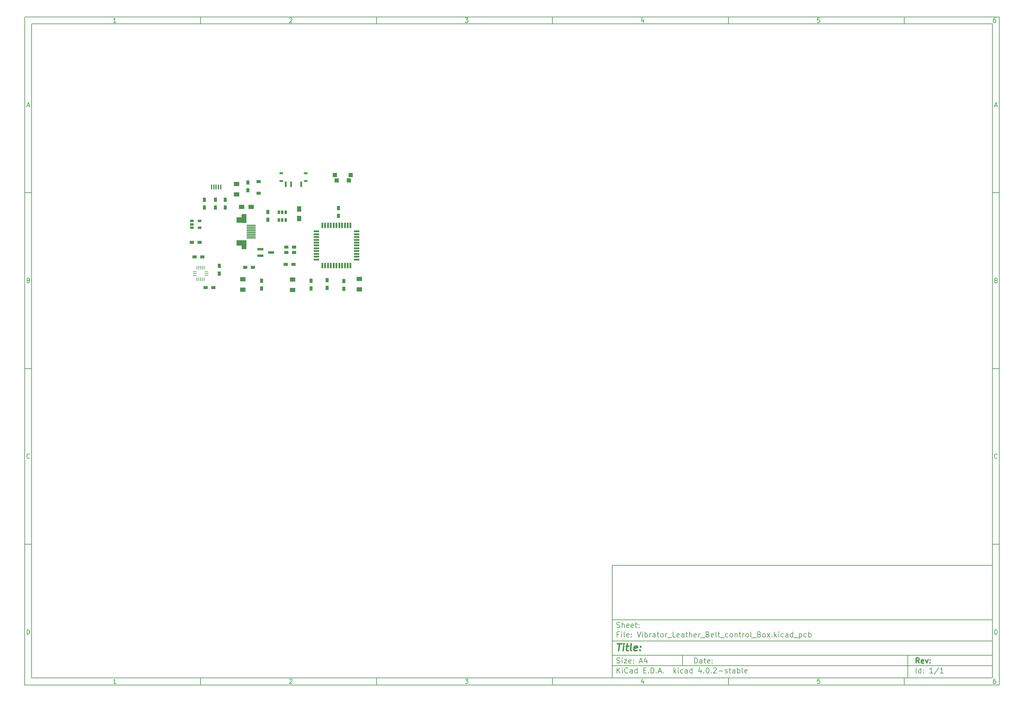
<source format=gtp>
G04 #@! TF.FileFunction,Paste,Top*
%FSLAX46Y46*%
G04 Gerber Fmt 4.6, Leading zero omitted, Abs format (unit mm)*
G04 Created by KiCad (PCBNEW 4.0.2-stable) date 2016 October 13, Thursday 23:14:49*
%MOMM*%
G01*
G04 APERTURE LIST*
%ADD10C,0.100000*%
%ADD11C,0.150000*%
%ADD12C,0.300000*%
%ADD13C,0.400000*%
%ADD14R,1.200000X0.900000*%
%ADD15R,0.400000X1.400000*%
%ADD16R,1.300000X1.500000*%
%ADD17R,0.900000X1.200000*%
%ADD18R,1.500000X1.300000*%
%ADD19R,1.220000X0.910000*%
%ADD20R,1.500000X1.200000*%
%ADD21R,0.650000X1.060000*%
%ADD22R,0.250000X1.000000*%
%ADD23R,1.000000X0.250000*%
%ADD24R,1.800860X0.800100*%
%ADD25R,1.000000X0.600000*%
%ADD26R,0.600000X1.500000*%
%ADD27R,1.200000X1.200000*%
%ADD28R,1.060000X0.650000*%
%ADD29R,0.550000X1.500000*%
%ADD30R,1.500000X0.550000*%
%ADD31R,2.500000X0.300000*%
%ADD32R,1.400000X2.500000*%
%ADD33R,2.800000X1.500000*%
G04 APERTURE END LIST*
D10*
D11*
X177002200Y-166007200D02*
X177002200Y-198007200D01*
X285002200Y-198007200D01*
X285002200Y-166007200D01*
X177002200Y-166007200D01*
D10*
D11*
X10000000Y-10000000D02*
X10000000Y-200007200D01*
X287002200Y-200007200D01*
X287002200Y-10000000D01*
X10000000Y-10000000D01*
D10*
D11*
X12000000Y-12000000D02*
X12000000Y-198007200D01*
X285002200Y-198007200D01*
X285002200Y-12000000D01*
X12000000Y-12000000D01*
D10*
D11*
X60000000Y-12000000D02*
X60000000Y-10000000D01*
D10*
D11*
X110000000Y-12000000D02*
X110000000Y-10000000D01*
D10*
D11*
X160000000Y-12000000D02*
X160000000Y-10000000D01*
D10*
D11*
X210000000Y-12000000D02*
X210000000Y-10000000D01*
D10*
D11*
X260000000Y-12000000D02*
X260000000Y-10000000D01*
D10*
D11*
X35990476Y-11588095D02*
X35247619Y-11588095D01*
X35619048Y-11588095D02*
X35619048Y-10288095D01*
X35495238Y-10473810D01*
X35371429Y-10597619D01*
X35247619Y-10659524D01*
D10*
D11*
X85247619Y-10411905D02*
X85309524Y-10350000D01*
X85433333Y-10288095D01*
X85742857Y-10288095D01*
X85866667Y-10350000D01*
X85928571Y-10411905D01*
X85990476Y-10535714D01*
X85990476Y-10659524D01*
X85928571Y-10845238D01*
X85185714Y-11588095D01*
X85990476Y-11588095D01*
D10*
D11*
X135185714Y-10288095D02*
X135990476Y-10288095D01*
X135557143Y-10783333D01*
X135742857Y-10783333D01*
X135866667Y-10845238D01*
X135928571Y-10907143D01*
X135990476Y-11030952D01*
X135990476Y-11340476D01*
X135928571Y-11464286D01*
X135866667Y-11526190D01*
X135742857Y-11588095D01*
X135371429Y-11588095D01*
X135247619Y-11526190D01*
X135185714Y-11464286D01*
D10*
D11*
X185866667Y-10721429D02*
X185866667Y-11588095D01*
X185557143Y-10226190D02*
X185247619Y-11154762D01*
X186052381Y-11154762D01*
D10*
D11*
X235928571Y-10288095D02*
X235309524Y-10288095D01*
X235247619Y-10907143D01*
X235309524Y-10845238D01*
X235433333Y-10783333D01*
X235742857Y-10783333D01*
X235866667Y-10845238D01*
X235928571Y-10907143D01*
X235990476Y-11030952D01*
X235990476Y-11340476D01*
X235928571Y-11464286D01*
X235866667Y-11526190D01*
X235742857Y-11588095D01*
X235433333Y-11588095D01*
X235309524Y-11526190D01*
X235247619Y-11464286D01*
D10*
D11*
X285866667Y-10288095D02*
X285619048Y-10288095D01*
X285495238Y-10350000D01*
X285433333Y-10411905D01*
X285309524Y-10597619D01*
X285247619Y-10845238D01*
X285247619Y-11340476D01*
X285309524Y-11464286D01*
X285371429Y-11526190D01*
X285495238Y-11588095D01*
X285742857Y-11588095D01*
X285866667Y-11526190D01*
X285928571Y-11464286D01*
X285990476Y-11340476D01*
X285990476Y-11030952D01*
X285928571Y-10907143D01*
X285866667Y-10845238D01*
X285742857Y-10783333D01*
X285495238Y-10783333D01*
X285371429Y-10845238D01*
X285309524Y-10907143D01*
X285247619Y-11030952D01*
D10*
D11*
X60000000Y-198007200D02*
X60000000Y-200007200D01*
D10*
D11*
X110000000Y-198007200D02*
X110000000Y-200007200D01*
D10*
D11*
X160000000Y-198007200D02*
X160000000Y-200007200D01*
D10*
D11*
X210000000Y-198007200D02*
X210000000Y-200007200D01*
D10*
D11*
X260000000Y-198007200D02*
X260000000Y-200007200D01*
D10*
D11*
X35990476Y-199595295D02*
X35247619Y-199595295D01*
X35619048Y-199595295D02*
X35619048Y-198295295D01*
X35495238Y-198481010D01*
X35371429Y-198604819D01*
X35247619Y-198666724D01*
D10*
D11*
X85247619Y-198419105D02*
X85309524Y-198357200D01*
X85433333Y-198295295D01*
X85742857Y-198295295D01*
X85866667Y-198357200D01*
X85928571Y-198419105D01*
X85990476Y-198542914D01*
X85990476Y-198666724D01*
X85928571Y-198852438D01*
X85185714Y-199595295D01*
X85990476Y-199595295D01*
D10*
D11*
X135185714Y-198295295D02*
X135990476Y-198295295D01*
X135557143Y-198790533D01*
X135742857Y-198790533D01*
X135866667Y-198852438D01*
X135928571Y-198914343D01*
X135990476Y-199038152D01*
X135990476Y-199347676D01*
X135928571Y-199471486D01*
X135866667Y-199533390D01*
X135742857Y-199595295D01*
X135371429Y-199595295D01*
X135247619Y-199533390D01*
X135185714Y-199471486D01*
D10*
D11*
X185866667Y-198728629D02*
X185866667Y-199595295D01*
X185557143Y-198233390D02*
X185247619Y-199161962D01*
X186052381Y-199161962D01*
D10*
D11*
X235928571Y-198295295D02*
X235309524Y-198295295D01*
X235247619Y-198914343D01*
X235309524Y-198852438D01*
X235433333Y-198790533D01*
X235742857Y-198790533D01*
X235866667Y-198852438D01*
X235928571Y-198914343D01*
X235990476Y-199038152D01*
X235990476Y-199347676D01*
X235928571Y-199471486D01*
X235866667Y-199533390D01*
X235742857Y-199595295D01*
X235433333Y-199595295D01*
X235309524Y-199533390D01*
X235247619Y-199471486D01*
D10*
D11*
X285866667Y-198295295D02*
X285619048Y-198295295D01*
X285495238Y-198357200D01*
X285433333Y-198419105D01*
X285309524Y-198604819D01*
X285247619Y-198852438D01*
X285247619Y-199347676D01*
X285309524Y-199471486D01*
X285371429Y-199533390D01*
X285495238Y-199595295D01*
X285742857Y-199595295D01*
X285866667Y-199533390D01*
X285928571Y-199471486D01*
X285990476Y-199347676D01*
X285990476Y-199038152D01*
X285928571Y-198914343D01*
X285866667Y-198852438D01*
X285742857Y-198790533D01*
X285495238Y-198790533D01*
X285371429Y-198852438D01*
X285309524Y-198914343D01*
X285247619Y-199038152D01*
D10*
D11*
X10000000Y-60000000D02*
X12000000Y-60000000D01*
D10*
D11*
X10000000Y-110000000D02*
X12000000Y-110000000D01*
D10*
D11*
X10000000Y-160000000D02*
X12000000Y-160000000D01*
D10*
D11*
X10690476Y-35216667D02*
X11309524Y-35216667D01*
X10566667Y-35588095D02*
X11000000Y-34288095D01*
X11433333Y-35588095D01*
D10*
D11*
X11092857Y-84907143D02*
X11278571Y-84969048D01*
X11340476Y-85030952D01*
X11402381Y-85154762D01*
X11402381Y-85340476D01*
X11340476Y-85464286D01*
X11278571Y-85526190D01*
X11154762Y-85588095D01*
X10659524Y-85588095D01*
X10659524Y-84288095D01*
X11092857Y-84288095D01*
X11216667Y-84350000D01*
X11278571Y-84411905D01*
X11340476Y-84535714D01*
X11340476Y-84659524D01*
X11278571Y-84783333D01*
X11216667Y-84845238D01*
X11092857Y-84907143D01*
X10659524Y-84907143D01*
D10*
D11*
X11402381Y-135464286D02*
X11340476Y-135526190D01*
X11154762Y-135588095D01*
X11030952Y-135588095D01*
X10845238Y-135526190D01*
X10721429Y-135402381D01*
X10659524Y-135278571D01*
X10597619Y-135030952D01*
X10597619Y-134845238D01*
X10659524Y-134597619D01*
X10721429Y-134473810D01*
X10845238Y-134350000D01*
X11030952Y-134288095D01*
X11154762Y-134288095D01*
X11340476Y-134350000D01*
X11402381Y-134411905D01*
D10*
D11*
X10659524Y-185588095D02*
X10659524Y-184288095D01*
X10969048Y-184288095D01*
X11154762Y-184350000D01*
X11278571Y-184473810D01*
X11340476Y-184597619D01*
X11402381Y-184845238D01*
X11402381Y-185030952D01*
X11340476Y-185278571D01*
X11278571Y-185402381D01*
X11154762Y-185526190D01*
X10969048Y-185588095D01*
X10659524Y-185588095D01*
D10*
D11*
X287002200Y-60000000D02*
X285002200Y-60000000D01*
D10*
D11*
X287002200Y-110000000D02*
X285002200Y-110000000D01*
D10*
D11*
X287002200Y-160000000D02*
X285002200Y-160000000D01*
D10*
D11*
X285692676Y-35216667D02*
X286311724Y-35216667D01*
X285568867Y-35588095D02*
X286002200Y-34288095D01*
X286435533Y-35588095D01*
D10*
D11*
X286095057Y-84907143D02*
X286280771Y-84969048D01*
X286342676Y-85030952D01*
X286404581Y-85154762D01*
X286404581Y-85340476D01*
X286342676Y-85464286D01*
X286280771Y-85526190D01*
X286156962Y-85588095D01*
X285661724Y-85588095D01*
X285661724Y-84288095D01*
X286095057Y-84288095D01*
X286218867Y-84350000D01*
X286280771Y-84411905D01*
X286342676Y-84535714D01*
X286342676Y-84659524D01*
X286280771Y-84783333D01*
X286218867Y-84845238D01*
X286095057Y-84907143D01*
X285661724Y-84907143D01*
D10*
D11*
X286404581Y-135464286D02*
X286342676Y-135526190D01*
X286156962Y-135588095D01*
X286033152Y-135588095D01*
X285847438Y-135526190D01*
X285723629Y-135402381D01*
X285661724Y-135278571D01*
X285599819Y-135030952D01*
X285599819Y-134845238D01*
X285661724Y-134597619D01*
X285723629Y-134473810D01*
X285847438Y-134350000D01*
X286033152Y-134288095D01*
X286156962Y-134288095D01*
X286342676Y-134350000D01*
X286404581Y-134411905D01*
D10*
D11*
X285661724Y-185588095D02*
X285661724Y-184288095D01*
X285971248Y-184288095D01*
X286156962Y-184350000D01*
X286280771Y-184473810D01*
X286342676Y-184597619D01*
X286404581Y-184845238D01*
X286404581Y-185030952D01*
X286342676Y-185278571D01*
X286280771Y-185402381D01*
X286156962Y-185526190D01*
X285971248Y-185588095D01*
X285661724Y-185588095D01*
D10*
D11*
X200359343Y-193785771D02*
X200359343Y-192285771D01*
X200716486Y-192285771D01*
X200930771Y-192357200D01*
X201073629Y-192500057D01*
X201145057Y-192642914D01*
X201216486Y-192928629D01*
X201216486Y-193142914D01*
X201145057Y-193428629D01*
X201073629Y-193571486D01*
X200930771Y-193714343D01*
X200716486Y-193785771D01*
X200359343Y-193785771D01*
X202502200Y-193785771D02*
X202502200Y-193000057D01*
X202430771Y-192857200D01*
X202287914Y-192785771D01*
X202002200Y-192785771D01*
X201859343Y-192857200D01*
X202502200Y-193714343D02*
X202359343Y-193785771D01*
X202002200Y-193785771D01*
X201859343Y-193714343D01*
X201787914Y-193571486D01*
X201787914Y-193428629D01*
X201859343Y-193285771D01*
X202002200Y-193214343D01*
X202359343Y-193214343D01*
X202502200Y-193142914D01*
X203002200Y-192785771D02*
X203573629Y-192785771D01*
X203216486Y-192285771D02*
X203216486Y-193571486D01*
X203287914Y-193714343D01*
X203430772Y-193785771D01*
X203573629Y-193785771D01*
X204645057Y-193714343D02*
X204502200Y-193785771D01*
X204216486Y-193785771D01*
X204073629Y-193714343D01*
X204002200Y-193571486D01*
X204002200Y-193000057D01*
X204073629Y-192857200D01*
X204216486Y-192785771D01*
X204502200Y-192785771D01*
X204645057Y-192857200D01*
X204716486Y-193000057D01*
X204716486Y-193142914D01*
X204002200Y-193285771D01*
X205359343Y-193642914D02*
X205430771Y-193714343D01*
X205359343Y-193785771D01*
X205287914Y-193714343D01*
X205359343Y-193642914D01*
X205359343Y-193785771D01*
X205359343Y-192857200D02*
X205430771Y-192928629D01*
X205359343Y-193000057D01*
X205287914Y-192928629D01*
X205359343Y-192857200D01*
X205359343Y-193000057D01*
D10*
D11*
X177002200Y-194507200D02*
X285002200Y-194507200D01*
D10*
D11*
X178359343Y-196585771D02*
X178359343Y-195085771D01*
X179216486Y-196585771D02*
X178573629Y-195728629D01*
X179216486Y-195085771D02*
X178359343Y-195942914D01*
X179859343Y-196585771D02*
X179859343Y-195585771D01*
X179859343Y-195085771D02*
X179787914Y-195157200D01*
X179859343Y-195228629D01*
X179930771Y-195157200D01*
X179859343Y-195085771D01*
X179859343Y-195228629D01*
X181430772Y-196442914D02*
X181359343Y-196514343D01*
X181145057Y-196585771D01*
X181002200Y-196585771D01*
X180787915Y-196514343D01*
X180645057Y-196371486D01*
X180573629Y-196228629D01*
X180502200Y-195942914D01*
X180502200Y-195728629D01*
X180573629Y-195442914D01*
X180645057Y-195300057D01*
X180787915Y-195157200D01*
X181002200Y-195085771D01*
X181145057Y-195085771D01*
X181359343Y-195157200D01*
X181430772Y-195228629D01*
X182716486Y-196585771D02*
X182716486Y-195800057D01*
X182645057Y-195657200D01*
X182502200Y-195585771D01*
X182216486Y-195585771D01*
X182073629Y-195657200D01*
X182716486Y-196514343D02*
X182573629Y-196585771D01*
X182216486Y-196585771D01*
X182073629Y-196514343D01*
X182002200Y-196371486D01*
X182002200Y-196228629D01*
X182073629Y-196085771D01*
X182216486Y-196014343D01*
X182573629Y-196014343D01*
X182716486Y-195942914D01*
X184073629Y-196585771D02*
X184073629Y-195085771D01*
X184073629Y-196514343D02*
X183930772Y-196585771D01*
X183645058Y-196585771D01*
X183502200Y-196514343D01*
X183430772Y-196442914D01*
X183359343Y-196300057D01*
X183359343Y-195871486D01*
X183430772Y-195728629D01*
X183502200Y-195657200D01*
X183645058Y-195585771D01*
X183930772Y-195585771D01*
X184073629Y-195657200D01*
X185930772Y-195800057D02*
X186430772Y-195800057D01*
X186645058Y-196585771D02*
X185930772Y-196585771D01*
X185930772Y-195085771D01*
X186645058Y-195085771D01*
X187287915Y-196442914D02*
X187359343Y-196514343D01*
X187287915Y-196585771D01*
X187216486Y-196514343D01*
X187287915Y-196442914D01*
X187287915Y-196585771D01*
X188002201Y-196585771D02*
X188002201Y-195085771D01*
X188359344Y-195085771D01*
X188573629Y-195157200D01*
X188716487Y-195300057D01*
X188787915Y-195442914D01*
X188859344Y-195728629D01*
X188859344Y-195942914D01*
X188787915Y-196228629D01*
X188716487Y-196371486D01*
X188573629Y-196514343D01*
X188359344Y-196585771D01*
X188002201Y-196585771D01*
X189502201Y-196442914D02*
X189573629Y-196514343D01*
X189502201Y-196585771D01*
X189430772Y-196514343D01*
X189502201Y-196442914D01*
X189502201Y-196585771D01*
X190145058Y-196157200D02*
X190859344Y-196157200D01*
X190002201Y-196585771D02*
X190502201Y-195085771D01*
X191002201Y-196585771D01*
X191502201Y-196442914D02*
X191573629Y-196514343D01*
X191502201Y-196585771D01*
X191430772Y-196514343D01*
X191502201Y-196442914D01*
X191502201Y-196585771D01*
X194502201Y-196585771D02*
X194502201Y-195085771D01*
X194645058Y-196014343D02*
X195073629Y-196585771D01*
X195073629Y-195585771D02*
X194502201Y-196157200D01*
X195716487Y-196585771D02*
X195716487Y-195585771D01*
X195716487Y-195085771D02*
X195645058Y-195157200D01*
X195716487Y-195228629D01*
X195787915Y-195157200D01*
X195716487Y-195085771D01*
X195716487Y-195228629D01*
X197073630Y-196514343D02*
X196930773Y-196585771D01*
X196645059Y-196585771D01*
X196502201Y-196514343D01*
X196430773Y-196442914D01*
X196359344Y-196300057D01*
X196359344Y-195871486D01*
X196430773Y-195728629D01*
X196502201Y-195657200D01*
X196645059Y-195585771D01*
X196930773Y-195585771D01*
X197073630Y-195657200D01*
X198359344Y-196585771D02*
X198359344Y-195800057D01*
X198287915Y-195657200D01*
X198145058Y-195585771D01*
X197859344Y-195585771D01*
X197716487Y-195657200D01*
X198359344Y-196514343D02*
X198216487Y-196585771D01*
X197859344Y-196585771D01*
X197716487Y-196514343D01*
X197645058Y-196371486D01*
X197645058Y-196228629D01*
X197716487Y-196085771D01*
X197859344Y-196014343D01*
X198216487Y-196014343D01*
X198359344Y-195942914D01*
X199716487Y-196585771D02*
X199716487Y-195085771D01*
X199716487Y-196514343D02*
X199573630Y-196585771D01*
X199287916Y-196585771D01*
X199145058Y-196514343D01*
X199073630Y-196442914D01*
X199002201Y-196300057D01*
X199002201Y-195871486D01*
X199073630Y-195728629D01*
X199145058Y-195657200D01*
X199287916Y-195585771D01*
X199573630Y-195585771D01*
X199716487Y-195657200D01*
X202216487Y-195585771D02*
X202216487Y-196585771D01*
X201859344Y-195014343D02*
X201502201Y-196085771D01*
X202430773Y-196085771D01*
X203002201Y-196442914D02*
X203073629Y-196514343D01*
X203002201Y-196585771D01*
X202930772Y-196514343D01*
X203002201Y-196442914D01*
X203002201Y-196585771D01*
X204002201Y-195085771D02*
X204145058Y-195085771D01*
X204287915Y-195157200D01*
X204359344Y-195228629D01*
X204430773Y-195371486D01*
X204502201Y-195657200D01*
X204502201Y-196014343D01*
X204430773Y-196300057D01*
X204359344Y-196442914D01*
X204287915Y-196514343D01*
X204145058Y-196585771D01*
X204002201Y-196585771D01*
X203859344Y-196514343D01*
X203787915Y-196442914D01*
X203716487Y-196300057D01*
X203645058Y-196014343D01*
X203645058Y-195657200D01*
X203716487Y-195371486D01*
X203787915Y-195228629D01*
X203859344Y-195157200D01*
X204002201Y-195085771D01*
X205145058Y-196442914D02*
X205216486Y-196514343D01*
X205145058Y-196585771D01*
X205073629Y-196514343D01*
X205145058Y-196442914D01*
X205145058Y-196585771D01*
X205787915Y-195228629D02*
X205859344Y-195157200D01*
X206002201Y-195085771D01*
X206359344Y-195085771D01*
X206502201Y-195157200D01*
X206573630Y-195228629D01*
X206645058Y-195371486D01*
X206645058Y-195514343D01*
X206573630Y-195728629D01*
X205716487Y-196585771D01*
X206645058Y-196585771D01*
X207287915Y-196014343D02*
X208430772Y-196014343D01*
X209073629Y-196514343D02*
X209216486Y-196585771D01*
X209502201Y-196585771D01*
X209645058Y-196514343D01*
X209716486Y-196371486D01*
X209716486Y-196300057D01*
X209645058Y-196157200D01*
X209502201Y-196085771D01*
X209287915Y-196085771D01*
X209145058Y-196014343D01*
X209073629Y-195871486D01*
X209073629Y-195800057D01*
X209145058Y-195657200D01*
X209287915Y-195585771D01*
X209502201Y-195585771D01*
X209645058Y-195657200D01*
X210145058Y-195585771D02*
X210716487Y-195585771D01*
X210359344Y-195085771D02*
X210359344Y-196371486D01*
X210430772Y-196514343D01*
X210573630Y-196585771D01*
X210716487Y-196585771D01*
X211859344Y-196585771D02*
X211859344Y-195800057D01*
X211787915Y-195657200D01*
X211645058Y-195585771D01*
X211359344Y-195585771D01*
X211216487Y-195657200D01*
X211859344Y-196514343D02*
X211716487Y-196585771D01*
X211359344Y-196585771D01*
X211216487Y-196514343D01*
X211145058Y-196371486D01*
X211145058Y-196228629D01*
X211216487Y-196085771D01*
X211359344Y-196014343D01*
X211716487Y-196014343D01*
X211859344Y-195942914D01*
X212573630Y-196585771D02*
X212573630Y-195085771D01*
X212573630Y-195657200D02*
X212716487Y-195585771D01*
X213002201Y-195585771D01*
X213145058Y-195657200D01*
X213216487Y-195728629D01*
X213287916Y-195871486D01*
X213287916Y-196300057D01*
X213216487Y-196442914D01*
X213145058Y-196514343D01*
X213002201Y-196585771D01*
X212716487Y-196585771D01*
X212573630Y-196514343D01*
X214145059Y-196585771D02*
X214002201Y-196514343D01*
X213930773Y-196371486D01*
X213930773Y-195085771D01*
X215287915Y-196514343D02*
X215145058Y-196585771D01*
X214859344Y-196585771D01*
X214716487Y-196514343D01*
X214645058Y-196371486D01*
X214645058Y-195800057D01*
X214716487Y-195657200D01*
X214859344Y-195585771D01*
X215145058Y-195585771D01*
X215287915Y-195657200D01*
X215359344Y-195800057D01*
X215359344Y-195942914D01*
X214645058Y-196085771D01*
D10*
D11*
X177002200Y-191507200D02*
X285002200Y-191507200D01*
D10*
D12*
X264216486Y-193785771D02*
X263716486Y-193071486D01*
X263359343Y-193785771D02*
X263359343Y-192285771D01*
X263930771Y-192285771D01*
X264073629Y-192357200D01*
X264145057Y-192428629D01*
X264216486Y-192571486D01*
X264216486Y-192785771D01*
X264145057Y-192928629D01*
X264073629Y-193000057D01*
X263930771Y-193071486D01*
X263359343Y-193071486D01*
X265430771Y-193714343D02*
X265287914Y-193785771D01*
X265002200Y-193785771D01*
X264859343Y-193714343D01*
X264787914Y-193571486D01*
X264787914Y-193000057D01*
X264859343Y-192857200D01*
X265002200Y-192785771D01*
X265287914Y-192785771D01*
X265430771Y-192857200D01*
X265502200Y-193000057D01*
X265502200Y-193142914D01*
X264787914Y-193285771D01*
X266002200Y-192785771D02*
X266359343Y-193785771D01*
X266716485Y-192785771D01*
X267287914Y-193642914D02*
X267359342Y-193714343D01*
X267287914Y-193785771D01*
X267216485Y-193714343D01*
X267287914Y-193642914D01*
X267287914Y-193785771D01*
X267287914Y-192857200D02*
X267359342Y-192928629D01*
X267287914Y-193000057D01*
X267216485Y-192928629D01*
X267287914Y-192857200D01*
X267287914Y-193000057D01*
D10*
D11*
X178287914Y-193714343D02*
X178502200Y-193785771D01*
X178859343Y-193785771D01*
X179002200Y-193714343D01*
X179073629Y-193642914D01*
X179145057Y-193500057D01*
X179145057Y-193357200D01*
X179073629Y-193214343D01*
X179002200Y-193142914D01*
X178859343Y-193071486D01*
X178573629Y-193000057D01*
X178430771Y-192928629D01*
X178359343Y-192857200D01*
X178287914Y-192714343D01*
X178287914Y-192571486D01*
X178359343Y-192428629D01*
X178430771Y-192357200D01*
X178573629Y-192285771D01*
X178930771Y-192285771D01*
X179145057Y-192357200D01*
X179787914Y-193785771D02*
X179787914Y-192785771D01*
X179787914Y-192285771D02*
X179716485Y-192357200D01*
X179787914Y-192428629D01*
X179859342Y-192357200D01*
X179787914Y-192285771D01*
X179787914Y-192428629D01*
X180359343Y-192785771D02*
X181145057Y-192785771D01*
X180359343Y-193785771D01*
X181145057Y-193785771D01*
X182287914Y-193714343D02*
X182145057Y-193785771D01*
X181859343Y-193785771D01*
X181716486Y-193714343D01*
X181645057Y-193571486D01*
X181645057Y-193000057D01*
X181716486Y-192857200D01*
X181859343Y-192785771D01*
X182145057Y-192785771D01*
X182287914Y-192857200D01*
X182359343Y-193000057D01*
X182359343Y-193142914D01*
X181645057Y-193285771D01*
X183002200Y-193642914D02*
X183073628Y-193714343D01*
X183002200Y-193785771D01*
X182930771Y-193714343D01*
X183002200Y-193642914D01*
X183002200Y-193785771D01*
X183002200Y-192857200D02*
X183073628Y-192928629D01*
X183002200Y-193000057D01*
X182930771Y-192928629D01*
X183002200Y-192857200D01*
X183002200Y-193000057D01*
X184787914Y-193357200D02*
X185502200Y-193357200D01*
X184645057Y-193785771D02*
X185145057Y-192285771D01*
X185645057Y-193785771D01*
X186787914Y-192785771D02*
X186787914Y-193785771D01*
X186430771Y-192214343D02*
X186073628Y-193285771D01*
X187002200Y-193285771D01*
D10*
D11*
X263359343Y-196585771D02*
X263359343Y-195085771D01*
X264716486Y-196585771D02*
X264716486Y-195085771D01*
X264716486Y-196514343D02*
X264573629Y-196585771D01*
X264287915Y-196585771D01*
X264145057Y-196514343D01*
X264073629Y-196442914D01*
X264002200Y-196300057D01*
X264002200Y-195871486D01*
X264073629Y-195728629D01*
X264145057Y-195657200D01*
X264287915Y-195585771D01*
X264573629Y-195585771D01*
X264716486Y-195657200D01*
X265430772Y-196442914D02*
X265502200Y-196514343D01*
X265430772Y-196585771D01*
X265359343Y-196514343D01*
X265430772Y-196442914D01*
X265430772Y-196585771D01*
X265430772Y-195657200D02*
X265502200Y-195728629D01*
X265430772Y-195800057D01*
X265359343Y-195728629D01*
X265430772Y-195657200D01*
X265430772Y-195800057D01*
X268073629Y-196585771D02*
X267216486Y-196585771D01*
X267645058Y-196585771D02*
X267645058Y-195085771D01*
X267502201Y-195300057D01*
X267359343Y-195442914D01*
X267216486Y-195514343D01*
X269787914Y-195014343D02*
X268502200Y-196942914D01*
X271073629Y-196585771D02*
X270216486Y-196585771D01*
X270645058Y-196585771D02*
X270645058Y-195085771D01*
X270502201Y-195300057D01*
X270359343Y-195442914D01*
X270216486Y-195514343D01*
D10*
D11*
X177002200Y-187507200D02*
X285002200Y-187507200D01*
D10*
D13*
X178454581Y-188211962D02*
X179597438Y-188211962D01*
X178776010Y-190211962D02*
X179026010Y-188211962D01*
X180014105Y-190211962D02*
X180180771Y-188878629D01*
X180264105Y-188211962D02*
X180156962Y-188307200D01*
X180240295Y-188402438D01*
X180347439Y-188307200D01*
X180264105Y-188211962D01*
X180240295Y-188402438D01*
X180847438Y-188878629D02*
X181609343Y-188878629D01*
X181216486Y-188211962D02*
X181002200Y-189926248D01*
X181073630Y-190116724D01*
X181252201Y-190211962D01*
X181442677Y-190211962D01*
X182395058Y-190211962D02*
X182216487Y-190116724D01*
X182145057Y-189926248D01*
X182359343Y-188211962D01*
X183930772Y-190116724D02*
X183728391Y-190211962D01*
X183347439Y-190211962D01*
X183168867Y-190116724D01*
X183097438Y-189926248D01*
X183192676Y-189164343D01*
X183311724Y-188973867D01*
X183514105Y-188878629D01*
X183895057Y-188878629D01*
X184073629Y-188973867D01*
X184145057Y-189164343D01*
X184121248Y-189354819D01*
X183145057Y-189545295D01*
X184895057Y-190021486D02*
X184978392Y-190116724D01*
X184871248Y-190211962D01*
X184787915Y-190116724D01*
X184895057Y-190021486D01*
X184871248Y-190211962D01*
X185026010Y-188973867D02*
X185109344Y-189069105D01*
X185002200Y-189164343D01*
X184918867Y-189069105D01*
X185026010Y-188973867D01*
X185002200Y-189164343D01*
D10*
D11*
X178859343Y-185600057D02*
X178359343Y-185600057D01*
X178359343Y-186385771D02*
X178359343Y-184885771D01*
X179073629Y-184885771D01*
X179645057Y-186385771D02*
X179645057Y-185385771D01*
X179645057Y-184885771D02*
X179573628Y-184957200D01*
X179645057Y-185028629D01*
X179716485Y-184957200D01*
X179645057Y-184885771D01*
X179645057Y-185028629D01*
X180573629Y-186385771D02*
X180430771Y-186314343D01*
X180359343Y-186171486D01*
X180359343Y-184885771D01*
X181716485Y-186314343D02*
X181573628Y-186385771D01*
X181287914Y-186385771D01*
X181145057Y-186314343D01*
X181073628Y-186171486D01*
X181073628Y-185600057D01*
X181145057Y-185457200D01*
X181287914Y-185385771D01*
X181573628Y-185385771D01*
X181716485Y-185457200D01*
X181787914Y-185600057D01*
X181787914Y-185742914D01*
X181073628Y-185885771D01*
X182430771Y-186242914D02*
X182502199Y-186314343D01*
X182430771Y-186385771D01*
X182359342Y-186314343D01*
X182430771Y-186242914D01*
X182430771Y-186385771D01*
X182430771Y-185457200D02*
X182502199Y-185528629D01*
X182430771Y-185600057D01*
X182359342Y-185528629D01*
X182430771Y-185457200D01*
X182430771Y-185600057D01*
X184073628Y-184885771D02*
X184573628Y-186385771D01*
X185073628Y-184885771D01*
X185573628Y-186385771D02*
X185573628Y-185385771D01*
X185573628Y-184885771D02*
X185502199Y-184957200D01*
X185573628Y-185028629D01*
X185645056Y-184957200D01*
X185573628Y-184885771D01*
X185573628Y-185028629D01*
X186287914Y-186385771D02*
X186287914Y-184885771D01*
X186287914Y-185457200D02*
X186430771Y-185385771D01*
X186716485Y-185385771D01*
X186859342Y-185457200D01*
X186930771Y-185528629D01*
X187002200Y-185671486D01*
X187002200Y-186100057D01*
X186930771Y-186242914D01*
X186859342Y-186314343D01*
X186716485Y-186385771D01*
X186430771Y-186385771D01*
X186287914Y-186314343D01*
X187645057Y-186385771D02*
X187645057Y-185385771D01*
X187645057Y-185671486D02*
X187716485Y-185528629D01*
X187787914Y-185457200D01*
X187930771Y-185385771D01*
X188073628Y-185385771D01*
X189216485Y-186385771D02*
X189216485Y-185600057D01*
X189145056Y-185457200D01*
X189002199Y-185385771D01*
X188716485Y-185385771D01*
X188573628Y-185457200D01*
X189216485Y-186314343D02*
X189073628Y-186385771D01*
X188716485Y-186385771D01*
X188573628Y-186314343D01*
X188502199Y-186171486D01*
X188502199Y-186028629D01*
X188573628Y-185885771D01*
X188716485Y-185814343D01*
X189073628Y-185814343D01*
X189216485Y-185742914D01*
X189716485Y-185385771D02*
X190287914Y-185385771D01*
X189930771Y-184885771D02*
X189930771Y-186171486D01*
X190002199Y-186314343D01*
X190145057Y-186385771D01*
X190287914Y-186385771D01*
X191002200Y-186385771D02*
X190859342Y-186314343D01*
X190787914Y-186242914D01*
X190716485Y-186100057D01*
X190716485Y-185671486D01*
X190787914Y-185528629D01*
X190859342Y-185457200D01*
X191002200Y-185385771D01*
X191216485Y-185385771D01*
X191359342Y-185457200D01*
X191430771Y-185528629D01*
X191502200Y-185671486D01*
X191502200Y-186100057D01*
X191430771Y-186242914D01*
X191359342Y-186314343D01*
X191216485Y-186385771D01*
X191002200Y-186385771D01*
X192145057Y-186385771D02*
X192145057Y-185385771D01*
X192145057Y-185671486D02*
X192216485Y-185528629D01*
X192287914Y-185457200D01*
X192430771Y-185385771D01*
X192573628Y-185385771D01*
X192716485Y-186528629D02*
X193859342Y-186528629D01*
X194930771Y-186385771D02*
X194216485Y-186385771D01*
X194216485Y-184885771D01*
X196002199Y-186314343D02*
X195859342Y-186385771D01*
X195573628Y-186385771D01*
X195430771Y-186314343D01*
X195359342Y-186171486D01*
X195359342Y-185600057D01*
X195430771Y-185457200D01*
X195573628Y-185385771D01*
X195859342Y-185385771D01*
X196002199Y-185457200D01*
X196073628Y-185600057D01*
X196073628Y-185742914D01*
X195359342Y-185885771D01*
X197359342Y-186385771D02*
X197359342Y-185600057D01*
X197287913Y-185457200D01*
X197145056Y-185385771D01*
X196859342Y-185385771D01*
X196716485Y-185457200D01*
X197359342Y-186314343D02*
X197216485Y-186385771D01*
X196859342Y-186385771D01*
X196716485Y-186314343D01*
X196645056Y-186171486D01*
X196645056Y-186028629D01*
X196716485Y-185885771D01*
X196859342Y-185814343D01*
X197216485Y-185814343D01*
X197359342Y-185742914D01*
X197859342Y-185385771D02*
X198430771Y-185385771D01*
X198073628Y-184885771D02*
X198073628Y-186171486D01*
X198145056Y-186314343D01*
X198287914Y-186385771D01*
X198430771Y-186385771D01*
X198930771Y-186385771D02*
X198930771Y-184885771D01*
X199573628Y-186385771D02*
X199573628Y-185600057D01*
X199502199Y-185457200D01*
X199359342Y-185385771D01*
X199145057Y-185385771D01*
X199002199Y-185457200D01*
X198930771Y-185528629D01*
X200859342Y-186314343D02*
X200716485Y-186385771D01*
X200430771Y-186385771D01*
X200287914Y-186314343D01*
X200216485Y-186171486D01*
X200216485Y-185600057D01*
X200287914Y-185457200D01*
X200430771Y-185385771D01*
X200716485Y-185385771D01*
X200859342Y-185457200D01*
X200930771Y-185600057D01*
X200930771Y-185742914D01*
X200216485Y-185885771D01*
X201573628Y-186385771D02*
X201573628Y-185385771D01*
X201573628Y-185671486D02*
X201645056Y-185528629D01*
X201716485Y-185457200D01*
X201859342Y-185385771D01*
X202002199Y-185385771D01*
X202145056Y-186528629D02*
X203287913Y-186528629D01*
X204145056Y-185600057D02*
X204359342Y-185671486D01*
X204430770Y-185742914D01*
X204502199Y-185885771D01*
X204502199Y-186100057D01*
X204430770Y-186242914D01*
X204359342Y-186314343D01*
X204216484Y-186385771D01*
X203645056Y-186385771D01*
X203645056Y-184885771D01*
X204145056Y-184885771D01*
X204287913Y-184957200D01*
X204359342Y-185028629D01*
X204430770Y-185171486D01*
X204430770Y-185314343D01*
X204359342Y-185457200D01*
X204287913Y-185528629D01*
X204145056Y-185600057D01*
X203645056Y-185600057D01*
X205716484Y-186314343D02*
X205573627Y-186385771D01*
X205287913Y-186385771D01*
X205145056Y-186314343D01*
X205073627Y-186171486D01*
X205073627Y-185600057D01*
X205145056Y-185457200D01*
X205287913Y-185385771D01*
X205573627Y-185385771D01*
X205716484Y-185457200D01*
X205787913Y-185600057D01*
X205787913Y-185742914D01*
X205073627Y-185885771D01*
X206645056Y-186385771D02*
X206502198Y-186314343D01*
X206430770Y-186171486D01*
X206430770Y-184885771D01*
X207002198Y-185385771D02*
X207573627Y-185385771D01*
X207216484Y-184885771D02*
X207216484Y-186171486D01*
X207287912Y-186314343D01*
X207430770Y-186385771D01*
X207573627Y-186385771D01*
X207716484Y-186528629D02*
X208859341Y-186528629D01*
X209859341Y-186314343D02*
X209716484Y-186385771D01*
X209430770Y-186385771D01*
X209287912Y-186314343D01*
X209216484Y-186242914D01*
X209145055Y-186100057D01*
X209145055Y-185671486D01*
X209216484Y-185528629D01*
X209287912Y-185457200D01*
X209430770Y-185385771D01*
X209716484Y-185385771D01*
X209859341Y-185457200D01*
X210716484Y-186385771D02*
X210573626Y-186314343D01*
X210502198Y-186242914D01*
X210430769Y-186100057D01*
X210430769Y-185671486D01*
X210502198Y-185528629D01*
X210573626Y-185457200D01*
X210716484Y-185385771D01*
X210930769Y-185385771D01*
X211073626Y-185457200D01*
X211145055Y-185528629D01*
X211216484Y-185671486D01*
X211216484Y-186100057D01*
X211145055Y-186242914D01*
X211073626Y-186314343D01*
X210930769Y-186385771D01*
X210716484Y-186385771D01*
X211859341Y-185385771D02*
X211859341Y-186385771D01*
X211859341Y-185528629D02*
X211930769Y-185457200D01*
X212073627Y-185385771D01*
X212287912Y-185385771D01*
X212430769Y-185457200D01*
X212502198Y-185600057D01*
X212502198Y-186385771D01*
X213002198Y-185385771D02*
X213573627Y-185385771D01*
X213216484Y-184885771D02*
X213216484Y-186171486D01*
X213287912Y-186314343D01*
X213430770Y-186385771D01*
X213573627Y-186385771D01*
X214073627Y-186385771D02*
X214073627Y-185385771D01*
X214073627Y-185671486D02*
X214145055Y-185528629D01*
X214216484Y-185457200D01*
X214359341Y-185385771D01*
X214502198Y-185385771D01*
X215216484Y-186385771D02*
X215073626Y-186314343D01*
X215002198Y-186242914D01*
X214930769Y-186100057D01*
X214930769Y-185671486D01*
X215002198Y-185528629D01*
X215073626Y-185457200D01*
X215216484Y-185385771D01*
X215430769Y-185385771D01*
X215573626Y-185457200D01*
X215645055Y-185528629D01*
X215716484Y-185671486D01*
X215716484Y-186100057D01*
X215645055Y-186242914D01*
X215573626Y-186314343D01*
X215430769Y-186385771D01*
X215216484Y-186385771D01*
X216573627Y-186385771D02*
X216430769Y-186314343D01*
X216359341Y-186171486D01*
X216359341Y-184885771D01*
X216787912Y-186528629D02*
X217930769Y-186528629D01*
X218787912Y-185600057D02*
X219002198Y-185671486D01*
X219073626Y-185742914D01*
X219145055Y-185885771D01*
X219145055Y-186100057D01*
X219073626Y-186242914D01*
X219002198Y-186314343D01*
X218859340Y-186385771D01*
X218287912Y-186385771D01*
X218287912Y-184885771D01*
X218787912Y-184885771D01*
X218930769Y-184957200D01*
X219002198Y-185028629D01*
X219073626Y-185171486D01*
X219073626Y-185314343D01*
X219002198Y-185457200D01*
X218930769Y-185528629D01*
X218787912Y-185600057D01*
X218287912Y-185600057D01*
X220002198Y-186385771D02*
X219859340Y-186314343D01*
X219787912Y-186242914D01*
X219716483Y-186100057D01*
X219716483Y-185671486D01*
X219787912Y-185528629D01*
X219859340Y-185457200D01*
X220002198Y-185385771D01*
X220216483Y-185385771D01*
X220359340Y-185457200D01*
X220430769Y-185528629D01*
X220502198Y-185671486D01*
X220502198Y-186100057D01*
X220430769Y-186242914D01*
X220359340Y-186314343D01*
X220216483Y-186385771D01*
X220002198Y-186385771D01*
X221002198Y-186385771D02*
X221787912Y-185385771D01*
X221002198Y-185385771D02*
X221787912Y-186385771D01*
X222359341Y-186242914D02*
X222430769Y-186314343D01*
X222359341Y-186385771D01*
X222287912Y-186314343D01*
X222359341Y-186242914D01*
X222359341Y-186385771D01*
X223073627Y-186385771D02*
X223073627Y-184885771D01*
X223216484Y-185814343D02*
X223645055Y-186385771D01*
X223645055Y-185385771D02*
X223073627Y-185957200D01*
X224287913Y-186385771D02*
X224287913Y-185385771D01*
X224287913Y-184885771D02*
X224216484Y-184957200D01*
X224287913Y-185028629D01*
X224359341Y-184957200D01*
X224287913Y-184885771D01*
X224287913Y-185028629D01*
X225645056Y-186314343D02*
X225502199Y-186385771D01*
X225216485Y-186385771D01*
X225073627Y-186314343D01*
X225002199Y-186242914D01*
X224930770Y-186100057D01*
X224930770Y-185671486D01*
X225002199Y-185528629D01*
X225073627Y-185457200D01*
X225216485Y-185385771D01*
X225502199Y-185385771D01*
X225645056Y-185457200D01*
X226930770Y-186385771D02*
X226930770Y-185600057D01*
X226859341Y-185457200D01*
X226716484Y-185385771D01*
X226430770Y-185385771D01*
X226287913Y-185457200D01*
X226930770Y-186314343D02*
X226787913Y-186385771D01*
X226430770Y-186385771D01*
X226287913Y-186314343D01*
X226216484Y-186171486D01*
X226216484Y-186028629D01*
X226287913Y-185885771D01*
X226430770Y-185814343D01*
X226787913Y-185814343D01*
X226930770Y-185742914D01*
X228287913Y-186385771D02*
X228287913Y-184885771D01*
X228287913Y-186314343D02*
X228145056Y-186385771D01*
X227859342Y-186385771D01*
X227716484Y-186314343D01*
X227645056Y-186242914D01*
X227573627Y-186100057D01*
X227573627Y-185671486D01*
X227645056Y-185528629D01*
X227716484Y-185457200D01*
X227859342Y-185385771D01*
X228145056Y-185385771D01*
X228287913Y-185457200D01*
X228645056Y-186528629D02*
X229787913Y-186528629D01*
X230145056Y-185385771D02*
X230145056Y-186885771D01*
X230145056Y-185457200D02*
X230287913Y-185385771D01*
X230573627Y-185385771D01*
X230716484Y-185457200D01*
X230787913Y-185528629D01*
X230859342Y-185671486D01*
X230859342Y-186100057D01*
X230787913Y-186242914D01*
X230716484Y-186314343D01*
X230573627Y-186385771D01*
X230287913Y-186385771D01*
X230145056Y-186314343D01*
X232145056Y-186314343D02*
X232002199Y-186385771D01*
X231716485Y-186385771D01*
X231573627Y-186314343D01*
X231502199Y-186242914D01*
X231430770Y-186100057D01*
X231430770Y-185671486D01*
X231502199Y-185528629D01*
X231573627Y-185457200D01*
X231716485Y-185385771D01*
X232002199Y-185385771D01*
X232145056Y-185457200D01*
X232787913Y-186385771D02*
X232787913Y-184885771D01*
X232787913Y-185457200D02*
X232930770Y-185385771D01*
X233216484Y-185385771D01*
X233359341Y-185457200D01*
X233430770Y-185528629D01*
X233502199Y-185671486D01*
X233502199Y-186100057D01*
X233430770Y-186242914D01*
X233359341Y-186314343D01*
X233216484Y-186385771D01*
X232930770Y-186385771D01*
X232787913Y-186314343D01*
D10*
D11*
X177002200Y-181507200D02*
X285002200Y-181507200D01*
D10*
D11*
X178287914Y-183614343D02*
X178502200Y-183685771D01*
X178859343Y-183685771D01*
X179002200Y-183614343D01*
X179073629Y-183542914D01*
X179145057Y-183400057D01*
X179145057Y-183257200D01*
X179073629Y-183114343D01*
X179002200Y-183042914D01*
X178859343Y-182971486D01*
X178573629Y-182900057D01*
X178430771Y-182828629D01*
X178359343Y-182757200D01*
X178287914Y-182614343D01*
X178287914Y-182471486D01*
X178359343Y-182328629D01*
X178430771Y-182257200D01*
X178573629Y-182185771D01*
X178930771Y-182185771D01*
X179145057Y-182257200D01*
X179787914Y-183685771D02*
X179787914Y-182185771D01*
X180430771Y-183685771D02*
X180430771Y-182900057D01*
X180359342Y-182757200D01*
X180216485Y-182685771D01*
X180002200Y-182685771D01*
X179859342Y-182757200D01*
X179787914Y-182828629D01*
X181716485Y-183614343D02*
X181573628Y-183685771D01*
X181287914Y-183685771D01*
X181145057Y-183614343D01*
X181073628Y-183471486D01*
X181073628Y-182900057D01*
X181145057Y-182757200D01*
X181287914Y-182685771D01*
X181573628Y-182685771D01*
X181716485Y-182757200D01*
X181787914Y-182900057D01*
X181787914Y-183042914D01*
X181073628Y-183185771D01*
X183002199Y-183614343D02*
X182859342Y-183685771D01*
X182573628Y-183685771D01*
X182430771Y-183614343D01*
X182359342Y-183471486D01*
X182359342Y-182900057D01*
X182430771Y-182757200D01*
X182573628Y-182685771D01*
X182859342Y-182685771D01*
X183002199Y-182757200D01*
X183073628Y-182900057D01*
X183073628Y-183042914D01*
X182359342Y-183185771D01*
X183502199Y-182685771D02*
X184073628Y-182685771D01*
X183716485Y-182185771D02*
X183716485Y-183471486D01*
X183787913Y-183614343D01*
X183930771Y-183685771D01*
X184073628Y-183685771D01*
X184573628Y-183542914D02*
X184645056Y-183614343D01*
X184573628Y-183685771D01*
X184502199Y-183614343D01*
X184573628Y-183542914D01*
X184573628Y-183685771D01*
X184573628Y-182757200D02*
X184645056Y-182828629D01*
X184573628Y-182900057D01*
X184502199Y-182828629D01*
X184573628Y-182757200D01*
X184573628Y-182900057D01*
D10*
D11*
X197002200Y-191507200D02*
X197002200Y-194507200D01*
D10*
D11*
X261002200Y-191507200D02*
X261002200Y-198007200D01*
D14*
X60500000Y-78300000D03*
X58300000Y-78300000D03*
D15*
X64400000Y-58400000D03*
X63750000Y-58400000D03*
X65050000Y-58400000D03*
X63100000Y-58400000D03*
X65700000Y-58400000D03*
D16*
X88000000Y-64650000D03*
X88000000Y-67350000D03*
D17*
X79100000Y-65500000D03*
X79100000Y-67700000D03*
X91400000Y-87200000D03*
X91400000Y-85000000D03*
D14*
X59700000Y-74100000D03*
X57500000Y-74100000D03*
D18*
X71650000Y-64000000D03*
X74350000Y-64000000D03*
D17*
X99200000Y-64400000D03*
X99200000Y-66600000D03*
X65300000Y-80800000D03*
X65300000Y-83000000D03*
D14*
X61400000Y-87000000D03*
X63600000Y-87000000D03*
D19*
X76500000Y-60135000D03*
X76500000Y-56865000D03*
D20*
X70200000Y-60500000D03*
X70200000Y-57500000D03*
X86100000Y-87700000D03*
X86100000Y-84700000D03*
X72000000Y-87600000D03*
X72000000Y-84600000D03*
D21*
X82250000Y-67800000D03*
X83200000Y-67800000D03*
X84150000Y-67800000D03*
X84150000Y-65600000D03*
X82250000Y-65600000D03*
X83200000Y-65600000D03*
D22*
X59000000Y-84650000D03*
X59500000Y-84650000D03*
X60000000Y-84650000D03*
X60500000Y-84650000D03*
X61000000Y-84650000D03*
D23*
X61650000Y-83500000D03*
X61650000Y-83000000D03*
X61650000Y-82500000D03*
D22*
X61000000Y-81350000D03*
X60500000Y-81350000D03*
X60000000Y-81350000D03*
X59500000Y-81350000D03*
X59000000Y-81350000D03*
D23*
X58350000Y-82500000D03*
X58350000Y-83000000D03*
X58350000Y-83500000D03*
D24*
X76998860Y-76050000D03*
X76998860Y-77950000D03*
X80001140Y-77000000D03*
D17*
X73400000Y-57100000D03*
X73400000Y-59300000D03*
X64200000Y-62000000D03*
X64200000Y-64200000D03*
X61100000Y-62000000D03*
X61100000Y-64200000D03*
D14*
X86400000Y-80400000D03*
X84200000Y-80400000D03*
D17*
X67000000Y-62000000D03*
X67000000Y-64200000D03*
D14*
X84400000Y-77000000D03*
X86600000Y-77000000D03*
X84400000Y-75500000D03*
X86600000Y-75500000D03*
D17*
X77300000Y-87200000D03*
X77300000Y-85000000D03*
X100700000Y-87300000D03*
X100700000Y-85100000D03*
X96000000Y-87100000D03*
X96000000Y-84900000D03*
D14*
X72700000Y-81200000D03*
X74900000Y-81200000D03*
D25*
X89900000Y-54500000D03*
X89900000Y-56700000D03*
X82900000Y-54500000D03*
X82900000Y-56700000D03*
D26*
X88600000Y-57600000D03*
X85700000Y-57600000D03*
X84200000Y-57600000D03*
D27*
X98700000Y-56500000D03*
X102650000Y-55000000D03*
X98150000Y-55000000D03*
X102100000Y-56500000D03*
D28*
X57500000Y-68050000D03*
X57500000Y-69000000D03*
X57500000Y-69950000D03*
X59700000Y-69950000D03*
X59700000Y-68050000D03*
D29*
X102600000Y-69300000D03*
X101800000Y-69300000D03*
X101000000Y-69300000D03*
X100200000Y-69300000D03*
X99400000Y-69300000D03*
X98600000Y-69300000D03*
X97800000Y-69300000D03*
X97000000Y-69300000D03*
X96200000Y-69300000D03*
X95400000Y-69300000D03*
X94600000Y-69300000D03*
D30*
X92900000Y-71000000D03*
X92900000Y-71800000D03*
X92900000Y-72600000D03*
X92900000Y-73400000D03*
X92900000Y-74200000D03*
X92900000Y-75000000D03*
X92900000Y-75800000D03*
X92900000Y-76600000D03*
X92900000Y-77400000D03*
X92900000Y-78200000D03*
X92900000Y-79000000D03*
D29*
X94600000Y-80700000D03*
X95400000Y-80700000D03*
X96200000Y-80700000D03*
X97000000Y-80700000D03*
X97800000Y-80700000D03*
X98600000Y-80700000D03*
X99400000Y-80700000D03*
X100200000Y-80700000D03*
X101000000Y-80700000D03*
X101800000Y-80700000D03*
X102600000Y-80700000D03*
D30*
X104300000Y-79000000D03*
X104300000Y-78200000D03*
X104300000Y-77400000D03*
X104300000Y-76600000D03*
X104300000Y-75800000D03*
X104300000Y-75000000D03*
X104300000Y-74200000D03*
X104300000Y-73400000D03*
X104300000Y-72600000D03*
X104300000Y-71800000D03*
X104300000Y-71000000D03*
D20*
X105100000Y-87500000D03*
X105100000Y-84500000D03*
D31*
X74400000Y-69300000D03*
X74400000Y-69800000D03*
X74400000Y-70300000D03*
X74400000Y-70800000D03*
X74400000Y-71300000D03*
X74400000Y-71800000D03*
X74400000Y-72300000D03*
X74400000Y-72800000D03*
D32*
X72300000Y-67300000D03*
X72300000Y-74800000D03*
D33*
X71600000Y-67800000D03*
X71600000Y-74300000D03*
M02*

</source>
